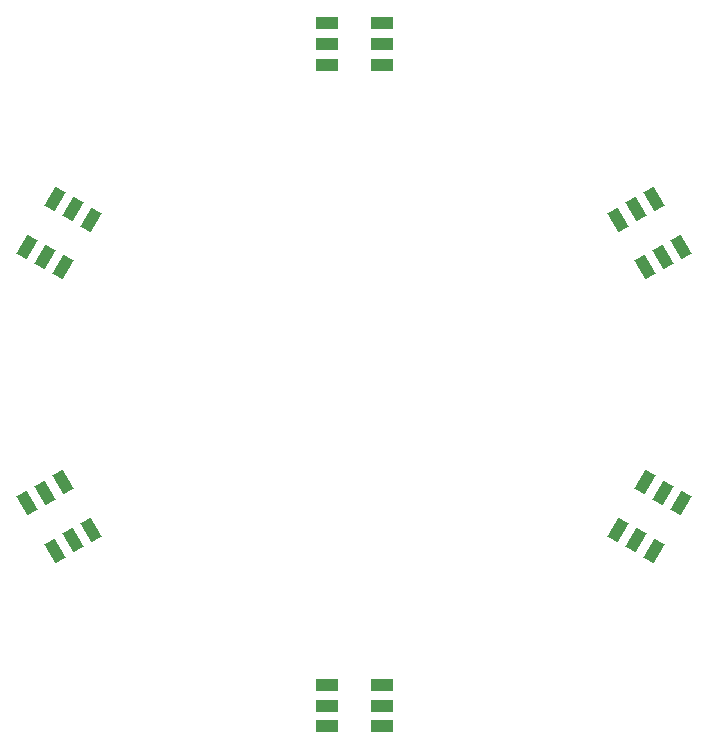
<source format=gtp>
G04*
G04 #@! TF.GenerationSoftware,Altium Limited,CircuitMaker,2.3.0 (2.3.0.3)*
G04*
G04 Layer_Color=7318015*
%FSLAX25Y25*%
%MOIN*%
G70*
G04*
G04 #@! TF.SameCoordinates,F5C641B9-28B3-4D49-9DD8-C7E1E1099596*
G04*
G04*
G04 #@! TF.FilePolarity,Positive*
G04*
G01*
G75*
G04:AMPARAMS|DCode=12|XSize=39.37mil|YSize=72.83mil|CornerRadius=0mil|HoleSize=0mil|Usage=FLASHONLY|Rotation=330.000|XOffset=0mil|YOffset=0mil|HoleType=Round|Shape=Rectangle|*
%AMROTATEDRECTD12*
4,1,4,-0.03526,-0.02170,0.00116,0.04138,0.03526,0.02170,-0.00116,-0.04138,-0.03526,-0.02170,0.0*
%
%ADD12ROTATEDRECTD12*%

G04:AMPARAMS|DCode=13|XSize=39.37mil|YSize=72.83mil|CornerRadius=0mil|HoleSize=0mil|Usage=FLASHONLY|Rotation=30.000|XOffset=0mil|YOffset=0mil|HoleType=Round|Shape=Rectangle|*
%AMROTATEDRECTD13*
4,1,4,0.00116,-0.04138,-0.03526,0.02170,-0.00116,0.04138,0.03526,-0.02170,0.00116,-0.04138,0.0*
%
%ADD13ROTATEDRECTD13*%

%ADD14R,0.07283X0.03937*%
D12*
X-108969Y42762D02*
D03*
X-103002Y39317D02*
D03*
X-97035Y35872D02*
D03*
X-99815Y58616D02*
D03*
X-93848Y55171D02*
D03*
X-87882Y51726D02*
D03*
X108969Y-42762D02*
D03*
X103002Y-39317D02*
D03*
X97035Y-35872D02*
D03*
X99815Y-58616D02*
D03*
X93848Y-55171D02*
D03*
X87882Y-51726D02*
D03*
D13*
X-99815Y-58616D02*
D03*
X-93848Y-55171D02*
D03*
X-87882Y-51726D02*
D03*
X-108969Y-42762D02*
D03*
X-103002Y-39317D02*
D03*
X-97035Y-35872D02*
D03*
X99815Y58616D02*
D03*
X93848Y55171D02*
D03*
X87882Y51726D02*
D03*
X108969Y42762D02*
D03*
X103002Y39317D02*
D03*
X97035Y35872D02*
D03*
D14*
X9154Y-117126D02*
D03*
Y-110236D02*
D03*
Y-103346D02*
D03*
X-9154Y-117126D02*
D03*
Y-110236D02*
D03*
Y-103346D02*
D03*
Y117126D02*
D03*
Y110236D02*
D03*
Y103346D02*
D03*
X9154Y117126D02*
D03*
Y110236D02*
D03*
Y103346D02*
D03*
M02*

</source>
